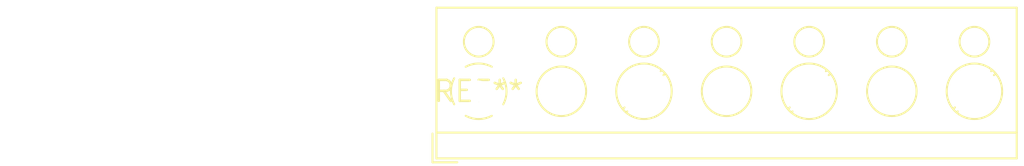
<source format=kicad_pcb>
(kicad_pcb (version 20240108) (generator pcbnew)
  (layers (0 "F.Cu" signal) (31 "B.Cu" signal) (34 "B.Paste" user) (35 "F.Paste" user) (36 "B.SilkS" user "B.Silkscreen") (37 "F.SilkS" user "F.Silkscreen") (38 "B.Mask" user) (39 "F.Mask" user) (44 "Edge.Cuts" user))
  (net 0 "")
  (footprint "TerminalBlock_RND_205-00025_1x04_P10.00mm_Horizontal" (layer "F.Cu") (at 0 0)
    (property "Reference" "REF**")
    (property "Value" "TerminalBlock_RND_205-00025_1x04_P10.00mm_Horizontal")
    (fp_line (start -2.8 2.56) (end -2.8 4.3) (layer "F.SilkS") (stroke (width 0.12)))
    (fp_line (start -2.8 4.3) (end -1.3 4.3) (layer "F.SilkS") (stroke (width 0.12)))
    (fp_line (start -2.56 -5.06) (end -2.56 4.06) (layer "F.SilkS") (stroke (width 0.12)))
    (fp_line (start -2.56 -5.06) (end 32.56 -5.06) (layer "F.SilkS") (stroke (width 0.12)))
    (fp_line (start -2.56 2.5) (end 32.56 2.5) (layer "F.SilkS") (stroke (width 0.12)))
    (fp_line (start -2.56 4.06) (end 32.56 4.06) (layer "F.SilkS") (stroke (width 0.12)))
    (fp_line (start 8.82 0.976) (end 8.726 1.069) (layer "F.SilkS") (stroke (width 0.12)))
    (fp_line (start 8.99 1.216) (end 8.931 1.274) (layer "F.SilkS") (stroke (width 0.12)))
    (fp_line (start 11.07 -1.275) (end 11.011 -1.216) (layer "F.SilkS") (stroke (width 0.12)))
    (fp_line (start 11.275 -1.069) (end 11.181 -0.976) (layer "F.SilkS") (stroke (width 0.12)))
    (fp_line (start 18.82 0.976) (end 18.726 1.069) (layer "F.SilkS") (stroke (width 0.12)))
    (fp_line (start 18.99 1.216) (end 18.931 1.274) (layer "F.SilkS") (stroke (width 0.12)))
    (fp_line (start 21.07 -1.275) (end 21.011 -1.216) (layer "F.SilkS") (stroke (width 0.12)))
    (fp_line (start 21.275 -1.069) (end 21.181 -0.976) (layer "F.SilkS") (stroke (width 0.12)))
    (fp_line (start 28.82 0.976) (end 28.726 1.069) (layer "F.SilkS") (stroke (width 0.12)))
    (fp_line (start 28.99 1.216) (end 28.931 1.274) (layer "F.SilkS") (stroke (width 0.12)))
    (fp_line (start 31.07 -1.275) (end 31.011 -1.216) (layer "F.SilkS") (stroke (width 0.12)))
    (fp_line (start 31.275 -1.069) (end 31.181 -0.976) (layer "F.SilkS") (stroke (width 0.12)))
    (fp_line (start 32.56 -5.06) (end 32.56 4.06) (layer "F.SilkS") (stroke (width 0.12)))
    (fp_arc (start -1.483953 0.789089) (mid -1.680708 5e-05) (end -1.484 -0.789) (layer "F.SilkS") (stroke (width 0.12)))
    (fp_arc (start -0.789089 -1.483953) (mid -5e-05 -1.680708) (end 0.789 -1.484) (layer "F.SilkS") (stroke (width 0.12)))
    (fp_arc (start 0.029383 1.68045) (mid -0.392304 1.634281) (end -0.789 1.484) (layer "F.SilkS") (stroke (width 0.12)))
    (fp_arc (start 0.788712 1.483352) (mid 0.406429 1.630097) (end 0 1.68) (layer "F.SilkS") (stroke (width 0.12)))
    (fp_arc (start 1.483953 -0.789089) (mid 1.680708 -5e-05) (end 1.484 0.789) (layer "F.SilkS") (stroke (width 0.12)))
    (fp_circle (center 0 -3) (end 0.9 -3) (layer "F.SilkS") (stroke (width 0.12)) (fill none))
    (fp_circle (center 5 -3) (end 5.9 -3) (layer "F.SilkS") (stroke (width 0.12)) (fill none))
    (fp_circle (center 5 0) (end 6.5 0) (layer "F.SilkS") (stroke (width 0.12)) (fill none))
    (fp_circle (center 10 -3) (end 10.9 -3) (layer "F.SilkS") (stroke (width 0.12)) (fill none))
    (fp_circle (center 10 0) (end 11.68 0) (layer "F.SilkS") (stroke (width 0.12)) (fill none))
    (fp_circle (center 15 -3) (end 15.9 -3) (layer "F.SilkS") (stroke (width 0.12)) (fill none))
    (fp_circle (center 15 0) (end 16.5 0) (layer "F.SilkS") (stroke (width 0.12)) (fill none))
    (fp_circle (center 20 -3) (end 20.9 -3) (layer "F.SilkS") (stroke (width 0.12)) (fill none))
    (fp_circle (center 20 0) (end 21.68 0) (layer "F.SilkS") (stroke (width 0.12)) (fill none))
    (fp_circle (center 25 -3) (end 25.9 -3) (layer "F.SilkS") (stroke (width 0.12)) (fill none))
    (fp_circle (center 25 0) (end 26.5 0) (layer "F.SilkS") (stroke (width 0.12)) (fill none))
    (fp_circle (center 30 -3) (end 30.9 -3) (layer "F.SilkS") (stroke (width 0.12)) (fill none))
    (fp_circle (center 30 0) (end 31.68 0) (layer "F.SilkS") (stroke (width 0.12)) (fill none))
    (pad "1" thru_hole rect (at 0 0) (size 2.5 2.5) (drill 1.3) (layers *.Cu *.Mask) (remove_unused_layers))
    (pad "2" thru_hole circle (at 10 0) (size 2.5 2.5) (drill 1.3) (layers *.Cu *.Mask) (remove_unused_layers))
    (pad "3" thru_hole circle (at 20 0) (size 2.5 2.5) (drill 1.3) (layers *.Cu *.Mask) (remove_unused_layers))
    (pad "4" thru_hole circle (at 30 0) (size 2.5 2.5) (drill 1.3) (layers *.Cu *.Mask) (remove_unused_layers))
  )
)
</source>
